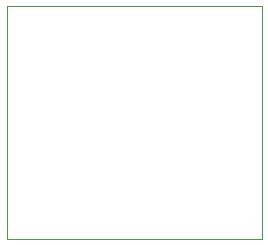
<source format=gbr>
G04 #@! TF.GenerationSoftware,KiCad,Pcbnew,5.1.0-rc2-unknown-4612175~81~ubuntu18.04.1*
G04 #@! TF.CreationDate,2019-03-08T09:09:48+02:00*
G04 #@! TF.ProjectId,MOD-ENV_revB,4d4f442d-454e-4565-9f72-6576422e6b69,rev?*
G04 #@! TF.SameCoordinates,Original*
G04 #@! TF.FileFunction,Profile,NP*
%FSLAX46Y46*%
G04 Gerber Fmt 4.6, Leading zero omitted, Abs format (unit mm)*
G04 Created by KiCad (PCBNEW 5.1.0-rc2-unknown-4612175~81~ubuntu18.04.1) date 2019-03-08 09:09:48*
%MOMM*%
%LPD*%
G04 APERTURE LIST*
%ADD10C,0.050000*%
G04 APERTURE END LIST*
D10*
X77470000Y-76835000D02*
X77470000Y-57150000D01*
X99060000Y-76835000D02*
X77470000Y-76835000D01*
X99060000Y-57150000D02*
X99060000Y-76835000D01*
X77470000Y-57150000D02*
X99060000Y-57150000D01*
M02*

</source>
